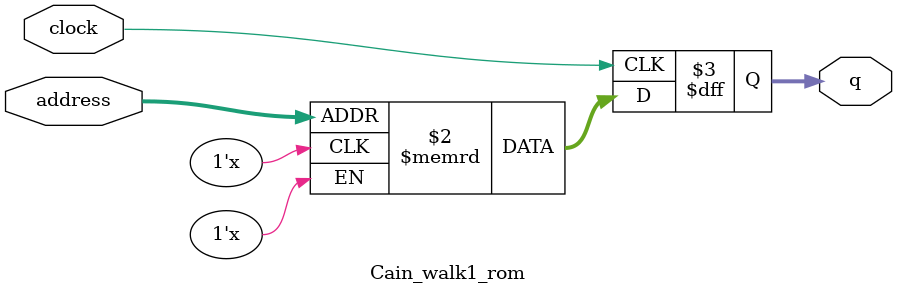
<source format=sv>
module Cain_walk1_rom (
	input logic clock,
	input logic [7:0] address,
	output logic [1:0] q
);

logic [1:0] memory [0:255] /* synthesis ram_init_file = "./Cain_walk1/Cain_walk1.mif" */;

always_ff @ (posedge clock) begin
	q <= memory[address];
end

endmodule

</source>
